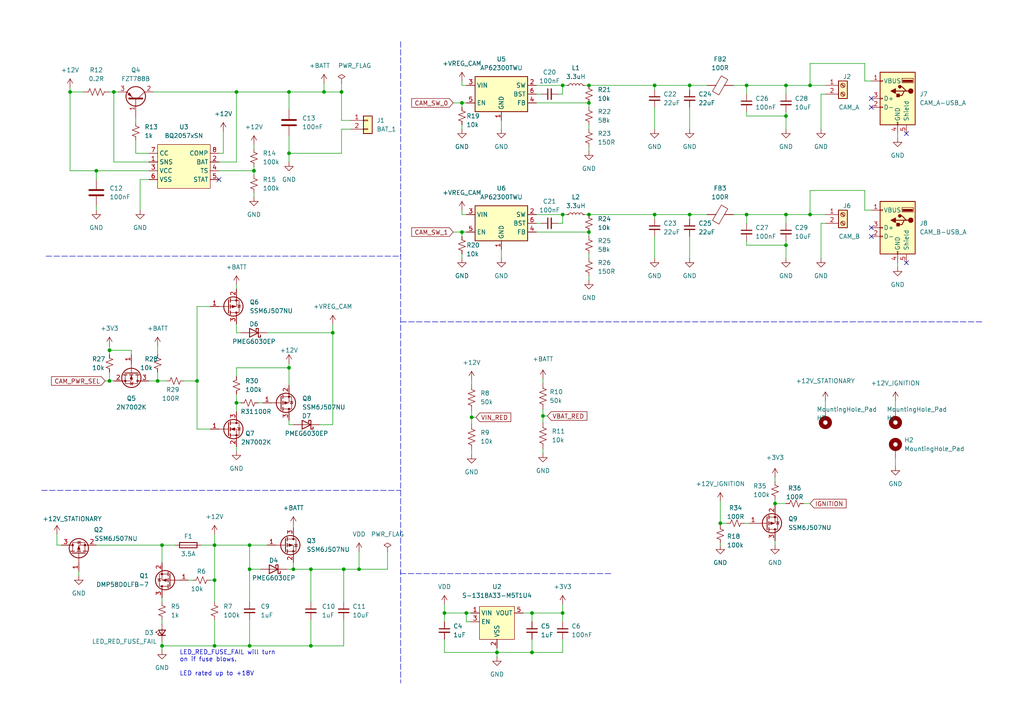
<source format=kicad_sch>
(kicad_sch (version 20211123) (generator eeschema)
  (paper "A4")
  (title_block (title "Dash Cam Power Regulator") (date "2022-05-28") (rev "1") (company "Charlemagne Wong") (comment 1 "NRF52840 based dash cam regulator") (comment 2 "Power"))
  (lib_symbols
    (symbol "+VREG_CAM_1" (power) (pin_names (offset 0))
      (property "Value" "+VREG_CAM_1" (at 0 3.556 0))
      (symbol "+VREG_CAM_1_1_1"
        (pin power_in line (at 0 0 90) (length 0) hide (name "+VREG_CAM") (number "1"))
      )
    )
    (symbol "+VREG_CAM_2" (power) (pin_names (offset 0))
      (property "Value" "+VREG_CAM_2" (at 0 3.556 0))
      (symbol "+VREG_CAM_2_1_1"
        (pin power_in line (at 0 0 90) (length 0) hide (name "+VREG_CAM") (number "1"))
      )
    )
    (symbol "ATL:AP62300TWU"
      (property "Reference" "U" (at -7.62 6.35 0))
      (property "Value" "AP62300TWU" (at 6.35 -6.35 0))
      (symbol "AP62300TWU_1_1"
        (pin power_in line (at 0 -7.62 90) (length 2.54) (name "GND") (number "1"))
        (pin output line (at 10.16 2.54 180) (length 2.54) (name "SW") (number "2"))
        (pin power_in line (at -10.16 2.54 0) (length 2.54) (name "VIN") (number "3"))
        (pin input line (at 10.16 -2.54 180) (length 2.54) (name "FB") (number "4"))
        (pin input line (at -10.16 -2.54 0) (length 2.54) (name "EN") (number "5"))
        (pin passive line (at 10.16 0 180) (length 2.54) (name "BST") (number "6"))
      )
    )
    (symbol "ATL:BQ2057xSN"
      (property "Reference" "U" (at 0 -6.35 0))
      (property "Value" "BQ2057xSN" (at 0 8.89 0))
      (symbol "BQ2057xSN_1_1"
        (pin input line (at -10.16 2.54 0) (length 2.54) (name "SNS") (number "1"))
        (pin input line (at 10.16 2.54 180) (length 2.54) (name "BAT") (number "2"))
        (pin power_in line (at -10.16 0 0) (length 2.54) (name "VCC") (number "3"))
        (pin input line (at 10.16 0 180) (length 2.54) (name "TS") (number "4"))
        (pin output line (at 10.16 -2.54 180) (length 2.54) (name "STAT") (number "5"))
        (pin power_in line (at -10.16 -2.54 0) (length 2.54) (name "VSS") (number "6"))
        (pin output line (at -10.16 5.08 0) (length 2.54) (name "CC") (number "7"))
        (pin input line (at 10.16 5.08 180) (length 2.54) (name "COMP") (number "8"))
      )
    )
    (symbol "ATL:DMP58D0LFB-7" (pin_names hide)
      (property "Reference" "Q" (at 5.08 2.54 0))
      (property "Value" "DMP58D0LFB-7" (at 5.08 0 0))
      (symbol "DMP58D0LFB-7_1_1"
        (pin passive line (at -5.08 0 0) (length 2.54) (name "G") (number "1"))
        (pin passive line (at 2.54 -5.08 90) (length 2.54) (name "S") (number "2"))
        (pin passive line (at 2.54 5.08 270) (length 2.54) (name "D") (number "3"))
      )
    )
    (symbol "ATL:S-1318A33-M5T1U4"
      (property "Reference" "U" (at 0 5.715 0))
      (property "Value" "S-1318A33-M5T1U4" (at -12.7 -6.985 0))
      (symbol "S-1318A33-M5T1U4_1_1"
        (pin power_in line (at -7.62 2.54 0) (length 2.54) (name "VIN") (number "1"))
        (pin power_in line (at 0 -7.62 90) (length 2.54) (name "VSS") (number "2"))
        (pin input line (at -7.62 0 0) (length 2.54) (name "EN") (number "3"))
        (pin power_out line (at 7.62 2.54 180) (length 2.54) (name "VOUT") (number "5"))
      )
    )
    (symbol "ATL:SSM6J507NU" (pin_names hide)
      (property "Reference" "Q" (at 5.08 2.54 0))
      (property "Value" "SSM6J507NU" (at 5.08 0 0))
      (symbol "SSM6J507NU_1_1"
        (pin passive line (at -5.08 0 0) (length 2.54) (name "G") (number "1"))
        (pin passive line (at 2.54 -5.08 90) (length 2.54) (name "S") (number "2"))
        (pin passive line (at 2.54 5.08 270) (length 2.54) (name "D") (number "3"))
      )
    )
    (symbol "Connector:Screw_Terminal_01x02" (pin_names (offset 1.016) hide)
      (property "Reference" "J" (at 0 2.54 0))
      (property "Value" "Screw_Terminal_01x02" (at 0 -5.08 0))
      (symbol "Screw_Terminal_01x02_1_1"
        (pin passive line (at -5.08 0 0) (length 3.81) (name "Pin_1") (number "1"))
        (pin passive line (at -5.08 -2.54 0) (length 3.81) (name "Pin_2") (number "2"))
      )
    )
    (symbol "Connector:USB_A" (pin_names (offset 1.016))
      (property "Reference" "J" (at -5.08 11.43 0))
      (property "Value" "USB_A" (at -5.08 8.89 0))
      (symbol "USB_A_1_1"
        (pin power_in line (at 7.62 5.08 180) (length 2.54) (name "VBUS") (number "1"))
        (pin bidirectional line (at 7.62 -2.54 180) (length 2.54) (name "D-") (number "2"))
        (pin bidirectional line (at 7.62 0 180) (length 2.54) (name "D+") (number "3"))
        (pin power_in line (at 0 -10.16 90) (length 2.54) (name "GND") (number "4"))
        (pin passive line (at -2.54 -10.16 90) (length 2.54) (name "Shield") (number "5"))
      )
    )
    (symbol "Connector_Generic:Conn_01x02" (pin_names (offset 1.016) hide)
      (property "Reference" "J" (at 0 2.54 0))
      (property "Value" "Conn_01x02" (at 0 -5.08 0))
      (symbol "Conn_01x02_1_1"
        (pin passive line (at -5.08 0 0) (length 3.81) (name "Pin_1") (number "1"))
        (pin passive line (at -5.08 -2.54 0) (length 3.81) (name "Pin_2") (number "2"))
      )
    )
    (symbol "DashCamp_Power_Regulator:+12V_IGNITION" (power) (in_bom no) (on_board no)
      (property "Value" "+12V_IGNITION" (at 0 3.556 0))
      (symbol "+12V_IGNITION_1_1"
        (pin power_in line (at 0 0 90) (length 0) hide (name "+12V_IGNITION") (number "1"))
      )
    )
    (symbol "DashCamp_Power_Regulator:+12V_STATIONARY" (power) (in_bom no) (on_board no)
      (property "Value" "+12V_STATIONARY" (at 0 3.556 0))
      (symbol "+12V_STATIONARY_1_1"
        (pin power_in line (at 0 0 90) (length 0) hide (name "+12V_STATIONARY") (number "1"))
      )
    )
    (symbol "DashCamp_Power_Regulator:+VREG_CAM" (power) (pin_names (offset 0))
      (property "Value" "+VREG_CAM" (at 0 3.556 0))
      (symbol "+VREG_CAM_1_1"
        (pin power_in line (at 0 0 90) (length 0) hide (name "+VREG_CAM") (number "1"))
      )
    )
    (symbol "Device:C" (pin_numbers hide) (pin_names (offset 0.254))
      (property "Reference" "C" (at 0.635 2.54 0))
      (property "Value" "C" (at 0.635 -2.54 0))
      (symbol "C_1_1"
        (pin passive line (at 0 3.81 270) (length 2.794) (name "~") (number "1"))
        (pin passive line (at 0 -3.81 90) (length 2.794) (name "~") (number "2"))
      )
    )
    (symbol "Device:C_Small" (pin_numbers hide) (pin_names (offset 0.254) hide)
      (property "Reference" "C" (at 0.254 1.778 0))
      (property "Value" "C_Small" (at 0.254 -2.032 0))
      (symbol "C_Small_1_1"
        (pin passive line (at 0 2.54 270) (length 2.032) (name "~") (number "1"))
        (pin passive line (at 0 -2.54 90) (length 2.032) (name "~") (number "2"))
      )
    )
    (symbol "Device:FerriteBead" (pin_numbers hide) (pin_names (offset 0))
      (property "Reference" "FB" (at -3.81 0.635 90))
      (property "Value" "FerriteBead" (at 3.81 0 90))
      (symbol "FerriteBead_1_1"
        (pin passive line (at 0 3.81 270) (length 2.54) (name "~") (number "1"))
        (pin passive line (at 0 -3.81 90) (length 2.54) (name "~") (number "2"))
      )
    )
    (symbol "Device:Fuse" (pin_numbers hide) (pin_names (offset 0))
      (property "Reference" "F1" (at 0 2.54 90))
      (property "Value" "3.5A" (at 0 -2.54 90))
      (symbol "Fuse_1_1"
        (pin power_in line (at 0 3.81 270) (length 1.27) (name "~") (number "1"))
        (pin power_out line (at 0 -3.81 90) (length 1.27) (name "~") (number "2"))
      )
    )
    (symbol "Device:LED_Small" (pin_numbers hide) (pin_names (offset 0.254) hide)
      (property "Reference" "D" (at -1.27 3.175 0))
      (property "Value" "LED_Small" (at -4.445 -2.54 0))
      (symbol "LED_Small_1_1"
        (pin passive line (at -2.54 0 0) (length 1.778) (name "K") (number "1"))
        (pin passive line (at 2.54 0 180) (length 1.778) (name "A") (number "2"))
      )
    )
    (symbol "Device:L_Small" (pin_numbers hide) (pin_names (offset 0.254) hide)
      (property "Reference" "L" (at 0.762 1.016 0))
      (property "Value" "L_Small" (at 0.762 -1.016 0))
      (symbol "L_Small_1_1"
        (pin passive line (at 0 2.54 270) (length 0.508) (name "~") (number "1"))
        (pin passive line (at 0 -2.54 90) (length 0.508) (name "~") (number "2"))
      )
    )
    (symbol "Device:Q_PNP_BCE" (pin_names (offset 0) hide)
      (property "Reference" "Q" (at 5.08 1.27 0))
      (property "Value" "Q_PNP_BCE" (at 5.08 -1.27 0))
      (symbol "Q_PNP_BCE_1_1"
        (pin input line (at -5.08 0 0) (length 5.715) (name "B") (number "1"))
        (pin passive line (at 2.54 5.08 270) (length 2.54) (name "C") (number "2"))
        (pin passive line (at 2.54 -5.08 90) (length 2.54) (name "E") (number "3"))
      )
    )
    (symbol "Device:R_Small_US" (pin_numbers hide) (pin_names (offset 0.254) hide)
      (property "Reference" "R" (at 0.762 0.508 0))
      (property "Value" "R_Small_US" (at 0.762 -1.016 0))
      (symbol "R_Small_US_1_1"
        (pin passive line (at 0 2.54 270) (length 1.016) (name "~") (number "1"))
        (pin passive line (at 0 -2.54 90) (length 1.016) (name "~") (number "2"))
      )
    )
    (symbol "Device:R_US" (pin_numbers hide) (pin_names (offset 0))
      (property "Reference" "R" (at 2.54 0 90))
      (property "Value" "R_US" (at -2.54 0 90))
      (symbol "R_US_1_1"
        (pin passive line (at 0 3.81 270) (length 1.27) (name "~") (number "1"))
        (pin passive line (at 0 -3.81 90) (length 1.27) (name "~") (number "2"))
      )
    )
    (symbol "Diode:PMEG6030EP" (pin_numbers hide) (pin_names hide)
      (property "Reference" "D" (at 0 2.54 0))
      (property "Value" "PMEG6030EP" (at 0 -2.54 0))
      (symbol "PMEG6030EP_1_1"
        (pin passive line (at -3.81 0 0) (length 2.54) (name "K") (number "1"))
        (pin passive line (at 3.81 0 180) (length 2.54) (name "A") (number "2"))
      )
    )
    (symbol "Mechanical:MountingHole_Pad" (pin_numbers hide) (pin_names (offset 1.016) hide)
      (property "Reference" "H?" (at 2.54 0.0001 0))
      (property "Value" "MountingHole_Pad" (at 2.54 -2.5399 0))
      (symbol "MountingHole_Pad_1_1"
        (pin power_out line (at 0 -2.54 90) (length 2.54) (name "1") (number "1"))
      )
    )
    (symbol "SSM6J507NU_1" (pin_names hide)
      (property "Reference" "Q" (at 5.08 2.54 0))
      (property "Value" "SSM6J507NU_1" (at 5.08 0 0))
      (symbol "SSM6J507NU_1_1_1"
        (pin passive line (at -5.08 0 0) (length 2.54) (name "G") (number "1"))
        (pin passive line (at 2.54 -5.08 90) (length 2.54) (name "S") (number "2"))
        (pin passive line (at 2.54 5.08 270) (length 2.54) (name "D") (number "3"))
      )
    )
    (symbol "Transistor_FET:2N7002K" (pin_names hide)
      (property "Reference" "Q" (at 5.08 1.905 0))
      (property "Value" "2N7002K" (at 5.08 0 0))
      (symbol "2N7002K_1_1"
        (pin input line (at -5.08 0 0) (length 2.54) (name "G") (number "1"))
        (pin passive line (at 2.54 -5.08 90) (length 2.54) (name "S") (number "2"))
        (pin passive line (at 2.54 5.08 270) (length 2.54) (name "D") (number "3"))
      )
    )
    (symbol "power:+12V" (power) (pin_names (offset 0))
      (property "Value" "+12V" (at 0 3.556 0))
      (symbol "+12V_1_1"
        (pin power_in line (at 0 0 90) (length 0) hide (name "+12V") (number "1"))
      )
    )
    (symbol "power:+3.3V" (power) (pin_names (offset 0))
      (property "Value" "+3.3V" (at 0 3.556 0))
      (symbol "+3.3V_1_1"
        (pin power_in line (at 0 0 90) (length 0) hide (name "+3V3") (number "1"))
      )
    )
    (symbol "power:+BATT" (power) (pin_names (offset 0))
      (property "Value" "+BATT" (at 0 3.556 0))
      (symbol "+BATT_1_1"
        (pin power_in line (at 0 0 90) (length 0) hide (name "+BATT") (number "1"))
      )
    )
    (symbol "power:GND" (power) (pin_names (offset 0))
      (property "Value" "GND" (at 0 -3.81 0))
      (symbol "GND_1_1"
        (pin power_in line (at 0 0 270) (length 0) hide (name "GND") (number "1"))
      )
    )
    (symbol "power:PWR_FLAG" (power) (pin_numbers hide) (pin_names (offset 0) hide)
      (property "Value" "PWR_FLAG" (at 0 3.81 0))
      (symbol "PWR_FLAG_0_0"
        (pin power_out line (at 0 0 90) (length 0) (name "pwr") (number "1"))
      )
    )
    (symbol "power:VDD" (power) (pin_names (offset 0))
      (property "Value" "VDD" (at 0 3.81 0))
      (symbol "VDD_1_1"
        (pin power_in line (at 0 0 90) (length 0) hide (name "VDD") (number "1"))
      )
    )
  )
  (junction (at 31.75 101.6))
  (junction (at 154.305 189.23))
  (junction (at 33.02 26.67))
  (junction (at 163.195 177.8))
  (junction (at 85.09 165.1))
  (junction (at 154.305 177.8))
  (junction (at 170.815 29.845))
  (junction (at 227.965 33.655))
  (junction (at 99.06 26.67))
  (junction (at 96.52 96.52))
  (junction (at 157.48 120.65))
  (junction (at 104.14 165.1))
  (junction (at 227.965 62.23))
  (junction (at 68.58 116.84))
  (junction (at 72.39 187.325))
  (junction (at 234.95 62.23))
  (junction (at 73.66 49.53))
  (junction (at 135.255 177.8))
  (junction (at 208.915 151.765))
  (junction (at 136.779 121.031))
  (junction (at 144.145 189.23))
  (junction (at 200.025 24.765))
  (junction (at 72.39 165.1))
  (junction (at 133.985 67.31))
  (junction (at 189.865 62.23))
  (junction (at 72.39 158.115))
  (junction (at 27.94 49.53))
  (junction (at 216.535 62.23))
  (junction (at 68.58 26.67))
  (junction (at 93.98 26.67))
  (junction (at 216.535 24.765))
  (junction (at 62.23 158.115))
  (junction (at 163.195 62.23))
  (junction (at 83.82 26.67))
  (junction (at 46.99 158.115))
  (junction (at 20.32 26.67))
  (junction (at 83.82 106.68))
  (junction (at 163.195 24.765))
  (junction (at 45.72 110.49))
  (junction (at 133.985 29.845))
  (junction (at 90.17 187.325))
  (junction (at 189.865 24.765))
  (junction (at 224.79 146.05))
  (junction (at 234.95 24.765))
  (junction (at 57.15 110.49))
  (junction (at 62.23 168.275))
  (junction (at 227.965 71.12))
  (junction (at 31.75 110.49))
  (junction (at 227.965 24.765))
  (junction (at 200.025 62.23))
  (junction (at 46.99 187.325))
  (junction (at 90.17 165.1))
  (junction (at 170.815 24.765))
  (junction (at 99.695 165.1))
  (junction (at 170.815 67.31))
  (junction (at 62.23 187.325))
  (junction (at 83.82 44.45))
  (junction (at 170.815 62.23))
  (junction (at 128.905 177.8))
  (no_connect (at 262.89 38.735))
  (no_connect (at 252.73 68.58))
  (no_connect (at 63.5 52.07))
  (no_connect (at 252.73 28.575))
  (no_connect (at 252.73 66.04))
  (no_connect (at 262.89 76.2))
  (no_connect (at 252.73 31.115))
  (wire (pts (xy 46.99 187.325) (xy 46.99 188.595)))
  (wire (pts (xy 128.905 175.26) (xy 128.905 177.8)))
  (wire (pts (xy 83.82 44.45) (xy 83.82 46.99)))
  (wire (pts (xy 216.535 24.765) (xy 216.535 27.305)))
  (wire (pts (xy 163.195 62.23) (xy 164.465 62.23)))
  (wire (pts (xy 216.535 32.385) (xy 216.535 33.655)))
  (wire (pts (xy 31.75 100.33) (xy 31.75 101.6)))
  (wire (pts (xy 136.779 130.556) (xy 136.779 131.826)))
  (wire (pts (xy 224.79 138.43) (xy 224.79 139.7)))
  (wire (pts (xy 133.985 24.765) (xy 135.255 24.765)))
  (wire (pts (xy 208.915 152.4) (xy 208.915 151.765)))
  (wire (pts (xy 73.66 55.88) (xy 73.66 57.15)))
  (wire (pts (xy 136.779 121.031) (xy 138.049 121.031)))
  (wire (pts (xy 170.815 42.545) (xy 170.815 43.815)))
  (wire (pts (xy 45.72 110.49) (xy 48.26 110.49)))
  (wire (pts (xy 238.125 74.93) (xy 238.125 64.77)))
  (wire (pts (xy 224.79 146.05) (xy 227.965 146.05)))
  (wire (pts (xy 45.72 110.49) (xy 45.72 107.95)))
  (wire (pts (xy 99.695 165.1) (xy 90.17 165.1)))
  (wire (pts (xy 131.445 29.845) (xy 133.985 29.845)))
  (wire (pts (xy 163.195 189.23) (xy 163.195 185.42)))
  (wire (pts (xy 83.82 121.92) (xy 83.82 123.19)))
  (wire (pts (xy 252.73 23.495) (xy 250.825 23.495)))
  (wire (pts (xy 31.75 101.6) (xy 31.75 102.87)))
  (wire (pts (xy 99.695 187.325) (xy 90.17 187.325)))
  (wire (pts (xy 62.23 158.115) (xy 72.39 158.115)))
  (wire (pts (xy 72.39 187.325) (xy 62.23 187.325)))
  (wire (pts (xy 27.94 158.115) (xy 46.99 158.115)))
  (wire (pts (xy 200.025 62.23) (xy 205.105 62.23)))
  (wire (pts (xy 72.39 165.1) (xy 72.39 158.115)))
  (wire (pts (xy 83.82 26.67) (xy 83.82 31.75)))
  (wire (pts (xy 155.575 24.765) (xy 163.195 24.765)))
  (polyline (pts (xy 116.205 166.37) (xy 116.205 165.735)))
  (wire (pts (xy 155.575 29.845) (xy 170.815 29.845)))
  (wire (pts (xy 64.77 38.1) (xy 64.77 44.45)))
  (wire (pts (xy 216.535 62.23) (xy 216.535 64.77)))
  (polyline (pts (xy 12.065 142.24) (xy 116.205 142.24)))
  (wire (pts (xy 227.965 62.23) (xy 227.965 64.77)))
  (wire (pts (xy 169.545 62.23) (xy 170.815 62.23)))
  (wire (pts (xy 157.48 109.855) (xy 157.48 111.125)))
  (wire (pts (xy 154.305 177.8) (xy 163.195 177.8)))
  (wire (pts (xy 62.23 158.115) (xy 62.23 154.94)))
  (wire (pts (xy 83.82 39.37) (xy 83.82 44.45)))
  (wire (pts (xy 83.82 123.19) (xy 85.09 123.19)))
  (wire (pts (xy 208.915 145.415) (xy 208.915 151.765)))
  (wire (pts (xy 200.025 62.23) (xy 200.025 63.5)))
  (polyline (pts (xy 116.205 142.24) (xy 116.205 198.12)))
  (wire (pts (xy 68.58 93.98) (xy 68.58 96.52)))
  (wire (pts (xy 250.825 18.415) (xy 234.95 18.415)))
  (wire (pts (xy 38.1 101.6) (xy 38.1 102.87)))
  (wire (pts (xy 16.51 158.115) (xy 16.51 154.94)))
  (wire (pts (xy 224.79 146.05) (xy 224.79 146.685)))
  (wire (pts (xy 133.985 67.31) (xy 133.985 68.58)))
  (wire (pts (xy 234.95 18.415) (xy 234.95 24.765)))
  (wire (pts (xy 83.82 26.67) (xy 93.98 26.67)))
  (wire (pts (xy 90.17 187.325) (xy 72.39 187.325)))
  (wire (pts (xy 73.66 41.91) (xy 73.66 43.18)))
  (wire (pts (xy 128.905 180.34) (xy 128.905 177.8)))
  (wire (pts (xy 54.61 168.275) (xy 55.88 168.275)))
  (wire (pts (xy 53.34 110.49) (xy 57.15 110.49)))
  (wire (pts (xy 163.195 62.23) (xy 163.195 64.77)))
  (wire (pts (xy 68.58 96.52) (xy 69.85 96.52)))
  (wire (pts (xy 43.18 46.99) (xy 33.02 46.99)))
  (wire (pts (xy 157.48 130.175) (xy 157.48 131.445)))
  (wire (pts (xy 216.535 62.23) (xy 227.965 62.23)))
  (wire (pts (xy 133.985 29.845) (xy 133.985 31.115)))
  (wire (pts (xy 72.39 165.1) (xy 72.39 174.625)))
  (wire (pts (xy 155.575 67.31) (xy 170.815 67.31)))
  (wire (pts (xy 259.715 116.205) (xy 259.715 118.745)))
  (wire (pts (xy 250.825 55.245) (xy 250.825 60.96)))
  (wire (pts (xy 133.985 36.195) (xy 133.985 37.465)))
  (wire (pts (xy 93.98 24.13) (xy 93.98 26.67)))
  (wire (pts (xy 216.535 69.85) (xy 216.535 71.12)))
  (wire (pts (xy 163.195 177.8) (xy 163.195 180.34)))
  (wire (pts (xy 83.82 44.45) (xy 99.06 44.45)))
  (wire (pts (xy 155.575 64.77) (xy 156.845 64.77)))
  (wire (pts (xy 63.5 49.53) (xy 73.66 49.53)))
  (wire (pts (xy 39.37 34.29) (xy 39.37 35.56)))
  (wire (pts (xy 200.025 68.58) (xy 200.025 74.93)))
  (wire (pts (xy 46.99 173.355) (xy 46.99 174.625)))
  (wire (pts (xy 40.64 52.07) (xy 43.18 52.07)))
  (wire (pts (xy 73.66 49.53) (xy 73.66 50.8)))
  (wire (pts (xy 170.815 36.195) (xy 170.815 37.465)))
  (wire (pts (xy 77.47 96.52) (xy 96.52 96.52)))
  (wire (pts (xy 163.195 175.26) (xy 163.195 177.8)))
  (wire (pts (xy 96.52 96.52) (xy 96.52 123.19)))
  (wire (pts (xy 208.915 151.765) (xy 210.82 151.765)))
  (polyline (pts (xy 13.335 74.295) (xy 116.205 74.295)))
  (wire (pts (xy 68.58 106.68) (xy 83.82 106.68)))
  (wire (pts (xy 46.99 179.705) (xy 46.99 180.975)))
  (wire (pts (xy 136.525 177.8) (xy 135.255 177.8)))
  (wire (pts (xy 68.58 109.22) (xy 68.58 106.68)))
  (wire (pts (xy 57.15 110.49) (xy 57.15 124.46)))
  (wire (pts (xy 83.185 165.1) (xy 85.09 165.1)))
  (wire (pts (xy 68.58 46.99) (xy 63.5 46.99)))
  (polyline (pts (xy 116.205 93.345) (xy 285.115 93.345)))
  (wire (pts (xy 170.815 62.23) (xy 189.865 62.23)))
  (wire (pts (xy 69.85 116.84) (xy 68.58 116.84)))
  (polyline (pts (xy 177.165 166.37) (xy 116.205 166.37)))
  (wire (pts (xy 46.99 158.115) (xy 50.8 158.115)))
  (wire (pts (xy 112.395 160.02) (xy 112.395 165.1)))
  (wire (pts (xy 163.195 64.77) (xy 161.925 64.77)))
  (wire (pts (xy 250.825 60.96) (xy 252.73 60.96)))
  (wire (pts (xy 68.58 114.3) (xy 68.58 116.84)))
  (wire (pts (xy 170.815 29.845) (xy 170.815 31.115)))
  (wire (pts (xy 30.48 110.49) (xy 31.75 110.49)))
  (wire (pts (xy 73.66 48.26) (xy 73.66 49.53)))
  (wire (pts (xy 155.575 62.23) (xy 163.195 62.23)))
  (wire (pts (xy 163.195 24.765) (xy 164.465 24.765)))
  (wire (pts (xy 31.75 110.49) (xy 33.02 110.49)))
  (wire (pts (xy 46.99 158.115) (xy 46.99 163.195)))
  (wire (pts (xy 189.865 62.23) (xy 200.025 62.23)))
  (wire (pts (xy 43.18 49.53) (xy 27.94 49.53)))
  (wire (pts (xy 33.02 46.99) (xy 33.02 26.67)))
  (wire (pts (xy 216.535 71.12) (xy 227.965 71.12)))
  (wire (pts (xy 227.965 33.655) (xy 227.965 37.465)))
  (wire (pts (xy 227.965 32.385) (xy 227.965 33.655)))
  (wire (pts (xy 90.17 179.705) (xy 90.17 187.325)))
  (wire (pts (xy 133.985 67.31) (xy 135.255 67.31)))
  (wire (pts (xy 170.815 67.31) (xy 170.815 68.58)))
  (wire (pts (xy 60.96 168.275) (xy 62.23 168.275)))
  (wire (pts (xy 145.415 34.925) (xy 145.415 37.465)))
  (wire (pts (xy 136.779 119.126) (xy 136.779 121.031)))
  (wire (pts (xy 99.06 34.925) (xy 101.6 34.925)))
  (wire (pts (xy 68.58 116.84) (xy 68.58 119.38)))
  (wire (pts (xy 157.48 120.65) (xy 158.75 120.65)))
  (wire (pts (xy 200.025 24.765) (xy 200.025 26.035)))
  (wire (pts (xy 99.06 24.13) (xy 99.06 26.67)))
  (wire (pts (xy 154.305 185.42) (xy 154.305 189.23)))
  (wire (pts (xy 227.965 71.12) (xy 227.965 74.93)))
  (wire (pts (xy 39.37 40.64) (xy 39.37 44.45)))
  (wire (pts (xy 128.905 177.8) (xy 135.255 177.8)))
  (wire (pts (xy 20.32 49.53) (xy 20.32 26.67)))
  (wire (pts (xy 157.48 118.745) (xy 157.48 120.65)))
  (wire (pts (xy 212.725 62.23) (xy 216.535 62.23)))
  (polyline (pts (xy 116.205 73.66) (xy 116.205 142.24)))
  (wire (pts (xy 238.125 64.77) (xy 239.395 64.77)))
  (wire (pts (xy 234.95 62.23) (xy 239.395 62.23)))
  (wire (pts (xy 68.58 82.55) (xy 68.58 83.82)))
  (wire (pts (xy 104.14 165.1) (xy 99.695 165.1)))
  (wire (pts (xy 104.14 160.02) (xy 104.14 165.1)))
  (wire (pts (xy 83.82 106.68) (xy 83.82 111.76)))
  (wire (pts (xy 99.695 165.1) (xy 99.695 174.625)))
  (wire (pts (xy 31.75 101.6) (xy 38.1 101.6)))
  (wire (pts (xy 27.94 49.53) (xy 27.94 52.07)))
  (wire (pts (xy 239.395 116.205) (xy 239.395 118.745)))
  (wire (pts (xy 96.52 123.19) (xy 92.71 123.19)))
  (wire (pts (xy 76.2 116.84) (xy 74.93 116.84)))
  (wire (pts (xy 216.535 24.765) (xy 227.965 24.765)))
  (wire (pts (xy 238.125 27.305) (xy 239.395 27.305)))
  (wire (pts (xy 227.965 62.23) (xy 234.95 62.23)))
  (wire (pts (xy 135.255 177.8) (xy 135.255 180.34)))
  (wire (pts (xy 85.09 163.195) (xy 85.09 165.1)))
  (wire (pts (xy 224.79 156.845) (xy 224.79 158.115)))
  (wire (pts (xy 189.865 31.115) (xy 189.865 37.465)))
  (wire (pts (xy 72.39 158.115) (xy 77.47 158.115)))
  (polyline (pts (xy 116.205 12.065) (xy 116.205 74.295)))
  (wire (pts (xy 133.985 23.495) (xy 133.985 24.765)))
  (wire (pts (xy 57.15 124.46) (xy 60.96 124.46)))
  (wire (pts (xy 154.305 177.8) (xy 151.765 177.8)))
  (wire (pts (xy 163.195 24.765) (xy 163.195 27.305)))
  (wire (pts (xy 112.395 165.1) (xy 104.14 165.1)))
  (wire (pts (xy 154.305 180.34) (xy 154.305 177.8)))
  (wire (pts (xy 45.72 100.33) (xy 45.72 102.87)))
  (wire (pts (xy 64.77 44.45) (xy 63.5 44.45)))
  (wire (pts (xy 85.09 152.4) (xy 85.09 153.035)))
  (wire (pts (xy 128.905 185.42) (xy 128.905 189.23)))
  (wire (pts (xy 40.64 60.96) (xy 40.64 52.07)))
  (wire (pts (xy 57.15 88.9) (xy 60.96 88.9)))
  (wire (pts (xy 234.95 62.23) (xy 234.95 55.245)))
  (wire (pts (xy 259.715 132.715) (xy 259.715 135.255)))
  (wire (pts (xy 208.915 157.48) (xy 208.915 158.115)))
  (wire (pts (xy 75.565 165.1) (xy 72.39 165.1)))
  (wire (pts (xy 238.125 37.465) (xy 238.125 27.305)))
  (wire (pts (xy 62.23 168.275) (xy 62.23 174.625)))
  (wire (pts (xy 136.779 110.236) (xy 136.779 111.506)))
  (wire (pts (xy 234.95 55.245) (xy 250.825 55.245)))
  (wire (pts (xy 170.815 80.01) (xy 170.815 81.28)))
  (wire (pts (xy 135.255 180.34) (xy 136.525 180.34)))
  (wire (pts (xy 17.78 158.115) (xy 16.51 158.115)))
  (wire (pts (xy 31.75 26.67) (xy 33.02 26.67)))
  (wire (pts (xy 90.17 165.1) (xy 90.17 174.625)))
  (wire (pts (xy 62.23 168.275) (xy 62.23 158.115)))
  (wire (pts (xy 39.37 44.45) (xy 43.18 44.45)))
  (wire (pts (xy 170.815 24.765) (xy 189.865 24.765)))
  (wire (pts (xy 260.35 38.735) (xy 260.35 40.005)))
  (wire (pts (xy 189.865 24.765) (xy 189.865 26.035)))
  (wire (pts (xy 99.06 37.465) (xy 99.06 44.45)))
  (wire (pts (xy 227.965 24.765) (xy 227.965 27.305)))
  (wire (pts (xy 99.695 179.705) (xy 99.695 187.325)))
  (wire (pts (xy 22.86 165.735) (xy 22.86 167.005)))
  (wire (pts (xy 144.145 189.23) (xy 154.305 189.23)))
  (wire (pts (xy 43.18 110.49) (xy 45.72 110.49)))
  (wire (pts (xy 27.94 59.69) (xy 27.94 60.96)))
  (wire (pts (xy 145.415 72.39) (xy 145.415 74.93)))
  (wire (pts (xy 31.75 107.95) (xy 31.75 110.49)))
  (wire (pts (xy 128.905 189.23) (xy 144.145 189.23)))
  (wire (pts (xy 212.725 24.765) (xy 216.535 24.765)))
  (wire (pts (xy 20.32 26.67) (xy 24.13 26.67)))
  (wire (pts (xy 200.025 24.765) (xy 205.105 24.765)))
  (wire (pts (xy 96.52 93.98) (xy 96.52 96.52)))
  (wire (pts (xy 72.39 179.705) (xy 72.39 187.325)))
  (wire (pts (xy 227.965 69.85) (xy 227.965 71.12)))
  (wire (pts (xy 200.025 31.115) (xy 200.025 37.465)))
  (wire (pts (xy 58.42 158.115) (xy 62.23 158.115)))
  (wire (pts (xy 131.445 67.31) (xy 133.985 67.31)))
  (wire (pts (xy 68.58 26.67) (xy 68.58 46.99)))
  (wire (pts (xy 133.985 62.23) (xy 135.255 62.23)))
  (wire (pts (xy 68.58 26.67) (xy 83.82 26.67)))
  (wire (pts (xy 216.535 33.655) (xy 227.965 33.655)))
  (wire (pts (xy 189.865 62.23) (xy 189.865 63.5)))
  (wire (pts (xy 189.865 68.58) (xy 189.865 74.93)))
  (wire (pts (xy 44.45 26.67) (xy 68.58 26.67)))
  (wire (pts (xy 62.23 179.705) (xy 62.23 187.325)))
  (wire (pts (xy 154.305 189.23) (xy 163.195 189.23)))
  (wire (pts (xy 133.985 29.845) (xy 135.255 29.845)))
  (wire (pts (xy 144.145 187.96) (xy 144.145 189.23)))
  (wire (pts (xy 46.99 186.055) (xy 46.99 187.325)))
  (wire (pts (xy 233.045 146.05) (xy 234.95 146.05)))
  (wire (pts (xy 83.82 105.41) (xy 83.82 106.68)))
  (wire (pts (xy 215.9 151.765) (xy 217.17 151.765)))
  (wire (pts (xy 163.195 27.305) (xy 161.925 27.305)))
  (wire (pts (xy 155.575 27.305) (xy 156.845 27.305)))
  (wire (pts (xy 189.865 24.765) (xy 200.025 24.765)))
  (wire (pts (xy 101.6 37.465) (xy 99.06 37.465)))
  (wire (pts (xy 85.09 165.1) (xy 90.17 165.1)))
  (wire (pts (xy 250.825 23.495) (xy 250.825 18.415)))
  (wire (pts (xy 133.985 73.66) (xy 133.985 74.93)))
  (wire (pts (xy 170.815 73.66) (xy 170.815 74.93)))
  (wire (pts (xy 169.545 24.765) (xy 170.815 24.765)))
  (wire (pts (xy 20.32 25.4) (xy 20.32 26.67)))
  (wire (pts (xy 234.95 24.765) (xy 239.395 24.765)))
  (wire (pts (xy 33.02 26.67) (xy 34.29 26.67)))
  (wire (pts (xy 46.99 187.325) (xy 62.23 187.325)))
  (wire (pts (xy 144.145 189.23) (xy 144.145 190.5)))
  (wire (pts (xy 157.48 120.65) (xy 157.48 122.555)))
  (wire (pts (xy 93.98 26.67) (xy 99.06 26.67)))
  (wire (pts (xy 227.965 24.765) (xy 234.95 24.765)))
  (wire (pts (xy 68.58 129.54) (xy 68.58 130.81)))
  (wire (pts (xy 99.06 26.67) (xy 99.06 34.925)))
  (wire (pts (xy 136.779 121.031) (xy 136.779 122.936)))
  (wire (pts (xy 133.985 60.96) (xy 133.985 62.23)))
  (wire (pts (xy 27.94 49.53) (xy 20.32 49.53)))
  (wire (pts (xy 57.15 88.9) (xy 57.15 110.49)))
  (wire (pts (xy 260.35 76.2) (xy 260.35 77.47)))
  (wire (pts (xy 224.79 144.78) (xy 224.79 146.05)))
  (text "LED_RED_FUSE_FAIL will turn\non if fuse blows.\n\nLED rated up to +18V" (at 52.07 196.215 0) (effects (font (size 1.27 1.27)) (justify left bottom)))
  (global_label "CAM_PWR_SEL" (shape input) (at 30.48 110.49 180) (property "Intersheet References" "${INTERSHEET_REFS}" (effects hide)))
  (global_label "VBAT_RED" (shape input) (at 158.75 120.65 0) (property "Intersheet References" "${INTERSHEET_REFS}" (effects hide)))
  (global_label "IGNITION" (shape input) (at 234.95 146.05 0) (property "Intersheet References" "${INTERSHEET_REFS}" (effects hide)))
  (global_label "CAM_SW_1" (shape input) (at 131.445 67.31 180) (property "Intersheet References" "${INTERSHEET_REFS}" (effects hide)))
  (global_label "VIN_RED" (shape input) (at 138.049 121.031 0) (property "Intersheet References" "${INTERSHEET_REFS}" (effects hide)))
  (global_label "CAM_SW_0" (shape input) (at 131.445 29.845 180) (property "Intersheet References" "${INTERSHEET_REFS}" (effects hide)))
  (symbol (lib_name "SSM6J507NU_1") (lib_id "ATL:SSM6J507NU") (at 22.86 160.655 90) (unit 1)
    (property "Reference" "Q2" (at 28.575 153.67 90))
    (property "Value" "SSM6J507NU" (at 33.655 156.21 90))
    (property "Footprint" "ATL:SSM6J507NU" (effects hide))
    (property "Datasheet" "https://toshiba.semicon-storage.com/info/docget.jsp?did=30372&prodName=SSM6J507NU" (effects hide))
    (property "Digikey" "https://www.digikey.com/en/products/detail/toshiba-semiconductor-and-storage/SSM6J507NU-LF/5452589" (effects hide))
  )
  (symbol (lib_id "Device:R_Small_US") (at 213.36 151.765 90) (unit 1)
    (property "Reference" "R34" (at 213.36 147.32 90))
    (property "Value" "100R" (at 213.36 149.86 90))
    (property "Footprint" "Resistor_SMD:R_0402_1005Metric" (effects hide))
  )
  (symbol (lib_id "DashCamp_Power_Regulator:+VREG_CAM") (at 133.985 23.495 0) (unit 1)
    (property "Reference" "#PWR0114" (effects hide))
    (property "Value" "+VREG_CAM" (at 133.985 18.415 0))
  )
  (symbol (lib_id "power:GND") (at 259.715 135.255 0) (unit 1)
    (property "Reference" "#PWR010" (effects hide))
    (property "Value" "GND" (at 259.715 140.335 0))
  )
  (symbol (lib_id "Transistor_FET:2N7002K") (at 38.1 107.95 270) (unit 1)
    (property "Reference" "Q5" (at 38.1 115.57 90))
    (property "Value" "2N7002K" (at 38.1 118.11 90))
    (property "Footprint" "Package_TO_SOT_SMD:SOT-23" (effects hide))
    (property "Datasheet" "https://www.diodes.com/assets/Datasheets/ds30896.pdf" (effects hide))
  )
  (symbol (lib_id "Device:R_Small_US") (at 58.42 168.275 90) (unit 1)
    (property "Reference" "R6" (at 58.42 165.735 90))
    (property "Value" "10k" (at 57.15 170.815 90))
    (property "Footprint" "Resistor_SMD:R_0402_1005Metric" (effects hide))
  )
  (symbol (lib_id "Device:C_Small") (at 99.695 177.165 0) (unit 1)
    (property "Reference" "C11" (at 102.235 175.9012 0) (effects (justify left)))
    (property "Value" "10uF" (at 102.235 178.4412 0) (effects (justify left)))
    (property "Footprint" "Capacitor_SMD:C_0805_2012Metric" (effects hide))
  )
  (symbol (lib_id "Device:C_Small") (at 189.865 28.575 0) (unit 1)
    (property "Reference" "C22" (at 192.405 27.3112 0) (effects (justify left)))
    (property "Value" "22uF" (at 192.405 29.8512 0) (effects (justify left)))
    (property "Footprint" "Capacitor_SMD:C_0603_1608Metric" (effects hide))
  )
  (symbol (lib_id "Mechanical:MountingHole_Pad") (at 259.715 130.175 0) (unit 1)
    (property "Reference" "H2" (at 262.255 127.6349 0) (effects (justify left)))
    (property "Value" "MountingHole_Pad" (at 262.255 130.1749 0) (effects (justify left)))
    (property "Footprint" "MountingHole:MountingHole_3.2mm_M3_Pad_Via" (effects hide))
  )
  (symbol (lib_id "power:GND") (at 83.82 46.99 0) (unit 1)
    (property "Reference" "#PWR0118" (effects hide))
    (property "Value" "GND" (at 83.82 52.07 0))
  )
  (symbol (lib_id "Diode:PMEG6030EP") (at 79.375 165.1 180) (unit 1)
    (property "Reference" "D4" (at 79.375 162.56 0))
    (property "Value" "PMEG6030EP" (at 79.375 167.64 0))
    (property "Footprint" "Diode_SMD:D_SOD-128" (effects hide))
    (property "Datasheet" "https://assets.nexperia.com/documents/data-sheet/PMEG6030EP.pdf" (effects hide))
  )
  (symbol (lib_id "power:GND") (at 22.86 167.005 0) (unit 1)
    (property "Reference" "#PWR0113" (effects hide))
    (property "Value" "GND" (at 22.86 172.085 0))
  )
  (symbol (lib_id "power:GND") (at 73.66 57.15 0) (unit 1)
    (property "Reference" "#PWR0121" (effects hide))
    (property "Value" "GND" (at 73.66 62.23 0))
  )
  (symbol (lib_id "power:VDD") (at 128.905 175.26 0) (unit 1)
    (property "Reference" "#PWR0115" (effects hide))
    (property "Value" "VDD" (at 128.905 170.18 0))
  )
  (symbol (lib_id "Device:C") (at 27.94 55.88 0) (unit 1)
    (property "Reference" "C12" (at 31.75 54.6099 0) (effects (justify left)))
    (property "Value" "100nF" (at 31.75 57.1499 0) (effects (justify left)))
    (property "Footprint" "Capacitor_SMD:C_0402_1005Metric" (effects hide))
  )
  (symbol (lib_id "power:GND") (at 145.415 74.93 0) (unit 1)
    (property "Reference" "#PWR0177" (effects hide))
    (property "Value" "GND" (at 145.415 80.01 0))
  )
  (symbol (lib_id "Device:R_US") (at 136.779 126.746 0) (unit 1)
    (property "Reference" "R9" (at 139.319 125.4759 0) (effects (justify left)))
    (property "Value" "10k" (at 139.319 128.0159 0) (effects (justify left)))
    (property "Footprint" "Resistor_SMD:R_0402_1005Metric" (effects hide))
  )
  (symbol (lib_id "Device:R_Small_US") (at 170.815 77.47 0) (unit 1)
    (property "Reference" "R26" (at 173.355 76.1999 0) (effects (justify left)))
    (property "Value" "150R" (at 173.355 78.7399 0) (effects (justify left)))
    (property "Footprint" "Resistor_SMD:R_0402_1005Metric" (effects hide))
  )
  (symbol (lib_id "DashCamp_Power_Regulator:+12V_IGNITION") (at 259.715 116.205 0) (unit 1) (in_bom no) (on_board no)
    (property "Reference" "#PWR0104" (effects hide))
    (property "Value" "+12V_IGNITION" (at 259.715 111.125 0))
  )
  (symbol (lib_id "ATL:SSM6J507NU") (at 82.55 158.115 0) (unit 1)
    (property "Reference" "Q3" (at 88.9 156.8449 0) (effects (justify left)))
    (property "Value" "SSM6J507NU" (at 88.9 159.3849 0) (effects (justify left)))
    (property "Footprint" "ATL:SSM6J507NU" (effects hide))
    (property "Datasheet" "https://toshiba.semicon-storage.com/info/docget.jsp?did=30372&prodName=SSM6J507NU" (effects hide))
    (property "Digikey" "https://www.digikey.com/en/products/detail/toshiba-semiconductor-and-storage/SSM6J507NU-LF/5452589" (effects hide))
  )
  (symbol (lib_id "power:GND") (at 136.779 131.826 0) (unit 1)
    (property "Reference" "#PWR0110" (effects hide))
    (property "Value" "GND" (at 136.779 136.906 0))
  )
  (symbol (lib_id "Mechanical:MountingHole_Pad") (at 259.715 121.285 180) (unit 1)
    (property "Reference" "H1" (at 257.175 121.2851 0) (effects (justify right)))
    (property "Value" "MountingHole_Pad" (at 257.175 118.7451 0) (effects (justify right)))
    (property "Footprint" "MountingHole:MountingHole_3.2mm_M3_Pad_Via" (effects hide))
  )
  (symbol (lib_id "Device:R_Small_US") (at 170.815 64.77 0) (unit 1)
    (property "Reference" "R24" (at 173.355 63.4999 0) (effects (justify left)))
    (property "Value" "10k" (at 173.355 66.0399 0) (effects (justify left)))
    (property "Footprint" "Resistor_SMD:R_0402_1005Metric" (effects hide))
  )
  (symbol (lib_id "Device:R_US") (at 157.48 114.935 0) (unit 1)
    (property "Reference" "R10" (at 159.385 113.6649 0) (effects (justify left)))
    (property "Value" "50k" (at 159.385 116.2049 0) (effects (justify left)))
    (property "Footprint" "Resistor_SMD:R_0402_1005Metric" (effects hide))
  )
  (symbol (lib_id "Device:L_Small") (at 167.005 62.23 90) (unit 1)
    (property "Reference" "L2" (at 167.005 57.15 90))
    (property "Value" "3.3uH" (at 167.005 59.69 90))
    (property "Footprint" "ATL:L_0630CDMCCDS-3R3MC" (effects hide))
    (property "DigiKey" "https://www.digikey.com/en/products/detail/sumida-america-inc/0630CDMCCDS-3R3MC/5812457" (effects hide))
  )
  (symbol (lib_id "Device:C_Small") (at 72.39 177.165 0) (unit 1)
    (property "Reference" "C9" (at 75.565 175.9012 0) (effects (justify left)))
    (property "Value" "1uF" (at 75.565 178.4412 0) (effects (justify left)))
    (property "Footprint" "Capacitor_SMD:C_0603_1608Metric" (effects hide))
  )
  (symbol (lib_id "DashCamp_Power_Regulator:+12V_STATIONARY") (at 16.51 154.94 0) (unit 1) (in_bom no) (on_board no)
    (property "Reference" "#PWR0158" (effects hide))
    (property "Value" "+12V_STATIONARY" (at 20.955 150.495 0))
  )
  (symbol (lib_id "Device:C_Small") (at 163.195 182.88 0) (unit 1)
    (property "Reference" "C6" (at 165.735 181.6162 0) (effects (justify left)))
    (property "Value" "100nF" (at 165.735 184.1562 0) (effects (justify left)))
    (property "Footprint" "Capacitor_SMD:C_0402_1005Metric" (effects hide))
  )
  (symbol (lib_id "Device:R_Small_US") (at 73.66 53.34 0) (unit 1)
    (property "Reference" "R15" (at 76.2 52.0699 0) (effects (justify left)))
    (property "Value" "100k" (at 76.2 54.6099 0) (effects (justify left)))
    (property "Footprint" "Resistor_SMD:R_0402_1005Metric" (effects hide))
  )
  (symbol (lib_id "power:GND") (at 224.79 158.115 0) (unit 1)
    (property "Reference" "#PWR0195" (effects hide))
    (property "Value" "GND" (at 224.79 163.195 0))
  )
  (symbol (lib_id "DashCamp_Power_Regulator:+12V_STATIONARY") (at 239.395 116.205 0) (unit 1) (in_bom no) (on_board no)
    (property "Reference" "#PWR0161" (effects hide))
    (property "Value" "+12V_STATIONARY" (at 239.395 110.49 0))
  )
  (symbol (lib_id "Device:R_Small_US") (at 45.72 105.41 0) (unit 1)
    (property "Reference" "R28" (at 41.91 104.14 0) (effects (justify left)))
    (property "Value" "10k" (at 40.64 106.68 0) (effects (justify left)))
    (property "Footprint" "Resistor_SMD:R_0402_1005Metric" (effects hide))
  )
  (symbol (lib_id "power:+3.3V") (at 163.195 175.26 0) (unit 1)
    (property "Reference" "#PWR0106" (effects hide))
    (property "Value" "+3.3V" (at 163.195 170.18 0))
  )
  (symbol (lib_id "Device:R_Small_US") (at 170.815 33.655 0) (unit 1)
    (property "Reference" "R22" (at 173.355 32.3849 0) (effects (justify left)))
    (property "Value" "58k" (at 173.355 34.9249 0) (effects (justify left)))
    (property "Footprint" "Resistor_SMD:R_0402_1005Metric" (effects hide))
  )
  (symbol (lib_id "Device:R_Small_US") (at 39.37 38.1 0) (unit 1)
    (property "Reference" "R13" (at 41.91 36.8299 0) (effects (justify left)))
    (property "Value" "1k" (at 41.91 39.3699 0) (effects (justify left)))
    (property "Footprint" "Resistor_SMD:R_0402_1005Metric" (effects hide))
  )
  (symbol (lib_id "Connector_Generic:Conn_01x02") (at 106.68 34.925 0) (unit 1)
    (property "Reference" "J1" (at 109.22 34.9249 0) (effects (justify left)))
    (property "Value" "BAT_1" (at 109.22 37.4649 0) (effects (justify left)))
    (property "Footprint" "ATL:AMASS_XT60PW-M" (effects hide))
  )
  (symbol (lib_id "Device:C_Small") (at 227.965 67.31 0) (unit 1)
    (property "Reference" "C29" (at 230.505 66.0462 0) (effects (justify left)))
    (property "Value" "10uF" (at 230.505 68.5862 0) (effects (justify left)))
    (property "Footprint" "Capacitor_SMD:C_0603_1608Metric" (effects hide))
  )
  (symbol (lib_id "Device:C_Small") (at 159.385 27.305 90) (unit 1)
    (property "Reference" "C20" (at 159.3913 20.955 90))
    (property "Value" "100nF" (at 159.3913 23.495 90))
    (property "Footprint" "Capacitor_SMD:C_0402_1005Metric" (effects hide))
  )
  (symbol (lib_id "Device:C_Small") (at 227.965 29.845 0) (unit 1)
    (property "Reference" "C28" (at 230.505 28.5812 0) (effects (justify left)))
    (property "Value" "10uF" (at 230.505 31.1212 0) (effects (justify left)))
    (property "Footprint" "Capacitor_SMD:C_0603_1608Metric" (effects hide))
  )
  (symbol (lib_id "power:+12V") (at 20.32 25.4 0) (unit 1)
    (property "Reference" "#PWR0124" (effects hide))
    (property "Value" "+12V" (at 20.32 20.32 0))
  )
  (symbol (lib_id "power:GND") (at 27.94 60.96 0) (unit 1)
    (property "Reference" "#PWR0123" (effects hide))
    (property "Value" "GND" (at 27.94 66.04 0))
  )
  (symbol (lib_id "Device:R_Small_US") (at 133.985 71.12 0) (unit 1)
    (property "Reference" "R20" (at 135.255 71.12 0) (effects (justify left)))
    (property "Value" "10k" (at 135.255 73.66 0) (effects (justify left)))
    (property "Footprint" "Resistor_SMD:R_0402_1005Metric" (effects hide))
  )
  (symbol (lib_id "power:GND") (at 170.815 81.28 0) (unit 1)
    (property "Reference" "#PWR0178" (effects hide))
    (property "Value" "GND" (at 170.815 86.36 0))
  )
  (symbol (lib_id "power:GND") (at 189.865 37.465 0) (unit 1)
    (property "Reference" "#PWR0163" (effects hide))
    (property "Value" "GND" (at 189.865 42.545 0))
  )
  (symbol (lib_id "DashCamp_Power_Regulator:+12V_IGNITION") (at 208.915 145.415 0) (unit 1) (in_bom no) (on_board no)
    (property "Reference" "#PWR0159" (effects hide))
    (property "Value" "+12V_IGNITION" (at 208.915 140.335 0))
  )
  (symbol (lib_id "power:PWR_FLAG") (at 99.06 24.13 0) (unit 1)
    (property "Reference" "#FLG0101" (effects hide))
    (property "Value" "PWR_FLAG" (at 102.87 19.05 0))
  )
  (symbol (lib_id "power:GND") (at 46.99 188.595 0) (unit 1)
    (property "Reference" "#PWR0108" (effects hide))
    (property "Value" "GND" (at 46.99 193.675 0))
  )
  (symbol (lib_id "Device:C_Small") (at 90.17 177.165 0) (unit 1)
    (property "Reference" "C10" (at 93.345 175.9012 0) (effects (justify left)))
    (property "Value" "1uF" (at 93.345 178.4412 0) (effects (justify left)))
    (property "Footprint" "Capacitor_SMD:C_0603_1608Metric" (effects hide))
  )
  (symbol (lib_id "power:+BATT") (at 45.72 100.33 0) (unit 1)
    (property "Reference" "#PWR0107" (effects hide))
    (property "Value" "+BATT" (at 45.72 95.25 0))
  )
  (symbol (lib_id "power:GND") (at 260.35 77.47 0) (unit 1)
    (property "Reference" "#PWR0171" (effects hide))
    (property "Value" "GND" (at 260.35 82.55 0))
  )
  (symbol (lib_id "Device:R_Small_US") (at 224.79 142.24 0) (unit 1)
    (property "Reference" "R35" (at 218.44 140.97 0) (effects (justify left)))
    (property "Value" "100k" (at 218.44 143.51 0) (effects (justify left)))
    (property "Footprint" "Resistor_SMD:R_0402_1005Metric" (effects hide))
  )
  (symbol (lib_id "ATL:S-1318A33-M5T1U4") (at 144.145 180.34 0) (unit 1)
    (property "Reference" "U2" (at 144.145 170.18 0))
    (property "Value" "S-1318A33-M5T1U4" (at 144.145 172.72 0))
    (property "Footprint" "Package_TO_SOT_SMD:SOT-23-5" (effects hide))
    (property "Datasheet" "https://www.ablic.com/en/doc/datasheet/voltage_regulator/S1318_E.pdf" (effects hide))
    (property "Digikey" "https://www.digikey.com/en/products/detail/ablic-inc/S-1318A33-M5T1U4/10313982" (effects hide))
  )
  (symbol (lib_id "Device:L_Small") (at 167.005 24.765 90) (unit 1)
    (property "Reference" "L1" (at 167.005 19.685 90))
    (property "Value" "3.3uH" (at 167.005 22.225 90))
    (property "Footprint" "ATL:L_0630CDMCCDS-3R3MC" (effects hide))
    (property "DigiKey" "https://www.digikey.com/en/products/detail/sumida-america-inc/0630CDMCCDS-3R3MC/5812457" (effects hide))
  )
  (symbol (lib_id "power:+12V") (at 64.77 38.1 0) (unit 1)
    (property "Reference" "#PWR0120" (effects hide))
    (property "Value" "+12V" (at 64.77 33.02 0))
  )
  (symbol (lib_id "Diode:PMEG6030EP") (at 73.66 96.52 180) (unit 1)
    (property "Reference" "D6" (at 73.66 93.98 0))
    (property "Value" "PMEG6030EP" (at 73.66 99.06 0))
    (property "Footprint" "Diode_SMD:D_SOD-128" (effects hide))
    (property "Datasheet" "https://assets.nexperia.com/documents/data-sheet/PMEG6030EP.pdf" (effects hide))
  )
  (symbol (lib_id "power:+12V") (at 83.82 105.41 0) (unit 1)
    (property "Reference" "#PWR0184" (effects hide))
    (property "Value" "+12V" (at 83.82 101.6 0))
  )
  (symbol (lib_id "Device:C_Small") (at 189.865 66.04 0) (unit 1)
    (property "Reference" "C23" (at 192.405 64.7762 0) (effects (justify left)))
    (property "Value" "22uF" (at 192.405 67.3162 0) (effects (justify left)))
    (property "Footprint" "Capacitor_SMD:C_0603_1608Metric" (effects hide))
  )
  (symbol (lib_id "Device:R_Small_US") (at 62.23 177.165 0) (unit 1)
    (property "Reference" "R7" (at 64.77 175.8949 0) (effects (justify left)))
    (property "Value" "100k" (at 64.77 178.4349 0) (effects (justify left)))
    (property "Footprint" "Resistor_SMD:R_0402_1005Metric" (effects hide))
  )
  (symbol (lib_id "power:+3.3V") (at 224.79 138.43 0) (unit 1)
    (property "Reference" "#PWR0160" (effects hide))
    (property "Value" "+3.3V" (at 224.79 132.715 0))
  )
  (symbol (lib_id "power:+BATT") (at 68.58 82.55 0) (unit 1)
    (property "Reference" "#PWR0183" (effects hide))
    (property "Value" "+BATT" (at 68.58 77.47 0))
  )
  (symbol (lib_id "power:GND") (at 157.48 131.445 0) (unit 1)
    (property "Reference" "#PWR0109" (effects hide))
    (property "Value" "GND" (at 157.48 136.525 0))
  )
  (symbol (lib_id "Device:R_Small_US") (at 208.915 154.94 0) (unit 1)
    (property "Reference" "R18" (at 210.82 155.575 0) (effects (justify left)))
    (property "Value" "100k" (at 210.82 158.115 0) (effects (justify left)))
    (property "Footprint" "Resistor_SMD:R_0402_1005Metric" (effects hide))
  )
  (symbol (lib_id "power:GND") (at 133.985 37.465 0) (unit 1)
    (property "Reference" "#PWR0174" (effects hide))
    (property "Value" "GND" (at 133.985 42.545 0))
  )
  (symbol (lib_id "Device:R_US") (at 136.779 115.316 0) (unit 1)
    (property "Reference" "R8" (at 139.319 114.0459 0) (effects (justify left)))
    (property "Value" "50k" (at 139.319 116.5859 0) (effects (justify left)))
    (property "Footprint" "Resistor_SMD:R_0402_1005Metric" (effects hide))
  )
  (symbol (lib_id "power:GND") (at 170.815 43.815 0) (unit 1)
    (property "Reference" "#PWR0179" (effects hide))
    (property "Value" "GND" (at 170.815 48.895 0))
  )
  (symbol (lib_id "power:GND") (at 200.025 74.93 0) (unit 1)
    (property "Reference" "#PWR0166" (effects hide))
    (property "Value" "GND" (at 200.025 80.01 0))
  )
  (symbol (lib_id "Device:R_Small_US") (at 31.75 105.41 0) (unit 1)
    (property "Reference" "R27" (at 26.67 104.14 0) (effects (justify left)))
    (property "Value" "10k" (at 26.67 106.68 0) (effects (justify left)))
    (property "Footprint" "Resistor_SMD:R_0402_1005Metric" (effects hide))
  )
  (symbol (lib_id "Device:C_Small") (at 154.305 182.88 0) (unit 1)
    (property "Reference" "C5" (at 156.845 181.6162 0) (effects (justify left)))
    (property "Value" "1uF" (at 156.845 184.1562 0) (effects (justify left)))
    (property "Footprint" "Capacitor_SMD:C_0603_1608Metric" (effects hide))
  )
  (symbol (lib_id "power:GND") (at 227.965 74.93 0) (unit 1)
    (property "Reference" "#PWR0169" (effects hide))
    (property "Value" "GND" (at 227.965 80.01 0))
  )
  (symbol (lib_id "power:GND") (at 68.58 130.81 0) (unit 1)
    (property "Reference" "#PWR0181" (effects hide))
    (property "Value" "GND" (at 68.58 135.89 0))
  )
  (symbol (lib_id "Device:R_Small_US") (at 170.815 71.12 0) (unit 1)
    (property "Reference" "R25" (at 173.355 69.8499 0) (effects (justify left)))
    (property "Value" "58k" (at 173.355 72.3899 0) (effects (justify left)))
    (property "Footprint" "Resistor_SMD:R_0402_1005Metric" (effects hide))
  )
  (symbol (lib_id "power:GND") (at 238.125 37.465 0) (unit 1)
    (property "Reference" "#PWR0164" (effects hide))
    (property "Value" "GND" (at 238.125 42.545 0))
  )
  (symbol (lib_id "Device:R_US") (at 157.48 126.365 0) (unit 1)
    (property "Reference" "R11" (at 160.02 125.0949 0) (effects (justify left)))
    (property "Value" "10k" (at 160.02 127.6349 0) (effects (justify left)))
    (property "Footprint" "Resistor_SMD:R_0402_1005Metric" (effects hide))
  )
  (symbol (lib_id "power:GND") (at 133.985 74.93 0) (unit 1)
    (property "Reference" "#PWR0176" (effects hide))
    (property "Value" "GND" (at 133.985 80.01 0))
  )
  (symbol (lib_id "power:GND") (at 238.125 74.93 0) (unit 1)
    (property "Reference" "#PWR0170" (effects hide))
    (property "Value" "GND" (at 238.125 80.01 0))
  )
  (symbol (lib_id "Device:R_Small_US") (at 68.58 111.76 0) (mirror y) (unit 1)
    (property "Reference" "R30" (at 71.12 110.4899 0) (effects (justify right)))
    (property "Value" "100k" (at 71.12 113.0299 0) (effects (justify right)))
    (property "Footprint" "Resistor_SMD:R_0402_1005Metric" (effects hide))
  )
  (symbol (lib_id "ATL:SSM6J507NU") (at 222.25 151.765 0) (mirror x) (unit 1)
    (property "Reference" "Q9" (at 228.6 150.4949 0) (effects (justify left)))
    (property "Value" "SSM6J507NU" (at 228.6 153.0349 0) (effects (justify left)))
    (property "Footprint" "ATL:SSM6J507NU" (effects hide))
    (property "Datasheet" "https://toshiba.semicon-storage.com/info/docget.jsp?did=30372&prodName=SSM6J507NU" (effects hide))
    (property "Digikey" "https://www.digikey.com/en/products/detail/toshiba-semiconductor-and-storage/SSM6J507NU-LF/5452589" (effects hide))
  )
  (symbol (lib_id "power:GND") (at 208.915 158.115 0) (unit 1)
    (property "Reference" "#PWR0196" (effects hide))
    (property "Value" "GND" (at 208.915 163.195 0))
  )
  (symbol (lib_id "Device:FerriteBead") (at 208.915 62.23 90) (unit 1)
    (property "Reference" "FB3" (at 208.8642 54.61 90))
    (property "Value" "100R" (at 208.8642 57.15 90))
    (property "Footprint" "Inductor_SMD:L_0805_2012Metric" (effects hide))
    (property "Digikey" "https://www.digikey.com/en/products/detail/chilisin-electronics/BBUP00201209101Y00/10508453" (effects hide))
  )
  (symbol (lib_id "Connector:USB_A") (at 260.35 28.575 0) (mirror y) (unit 1)
    (property "Reference" "J7" (at 266.7 27.3049 0) (effects (justify right)))
    (property "Value" "CAM_A-USB_A" (at 266.7 29.8449 0) (effects (justify right)))
    (property "Footprint" "Connector_USB:USB_A_Molex_67643_Horizontal" (effects hide))
    (property "Datasheet" " ~" (effects hide))
  )
  (symbol (lib_id "Device:C_Small") (at 159.385 64.77 90) (unit 1)
    (property "Reference" "C21" (at 159.3913 58.42 90))
    (property "Value" "100nF" (at 159.3913 60.96 90))
    (property "Footprint" "Capacitor_SMD:C_0402_1005Metric" (effects hide))
  )
  (symbol (lib_id "ATL:AP62300TWU") (at 145.415 64.77 0) (unit 1)
    (property "Reference" "U6" (at 145.415 54.61 0))
    (property "Value" "AP62300TWU" (at 145.415 57.15 0))
    (property "Footprint" "Package_TO_SOT_SMD:TSOT-23-6" (effects hide))
    (property "Datasheet" "https://www.diodes.com/assets/Datasheets/AP62300_AP62301_AP62300T.pdf" (effects hide))
  )
  (symbol (lib_id "power:GND") (at 227.965 37.465 0) (unit 1)
    (property "Reference" "#PWR0168" (effects hide))
    (property "Value" "GND" (at 227.965 42.545 0))
  )
  (symbol (lib_id "Connector:Screw_Terminal_01x02") (at 244.475 62.23 0) (unit 1)
    (property "Reference" "J6" (at 244.475 59.69 0) (effects (justify left)))
    (property "Value" "CAM_B" (at 243.205 68.58 0) (effects (justify left)))
    (property "Footprint" "TerminalBlock_Phoenix:TerminalBlock_Phoenix_MKDS-1,5-2_1x02_P5.00mm_Horizontal" (effects hide))
  )
  (symbol (lib_id "Device:C_Small") (at 216.535 29.845 0) (unit 1)
    (property "Reference" "C26" (at 219.075 28.5812 0) (effects (justify left)))
    (property "Value" "100nF" (at 219.075 31.1212 0) (effects (justify left)))
    (property "Footprint" "Capacitor_SMD:C_0402_1005Metric" (effects hide))
  )
  (symbol (lib_id "Device:R_Small_US") (at 46.99 177.165 0) (unit 1)
    (property "Reference" "R5" (at 49.53 175.895 0) (effects (justify left)))
    (property "Value" "1k" (at 49.53 178.435 0) (effects (justify left)))
    (property "Footprint" "Resistor_SMD:R_0603_1608Metric" (effects hide))
    (property "Notes" "At least 0.1W resistor required" (effects hide))
  )
  (symbol (lib_id "power:+12V") (at 62.23 154.94 0) (unit 1)
    (property "Reference" "#PWR0101" (effects hide))
    (property "Value" "+12V" (at 62.23 149.86 0))
  )
  (symbol (lib_id "Device:R_US") (at 27.94 26.67 90) (unit 1)
    (property "Reference" "R12" (at 27.94 20.32 90))
    (property "Value" "0.2R" (at 27.94 22.86 90))
    (property "Footprint" "Resistor_SMD:R_0805_2012Metric" (effects hide))
  )
  (symbol (lib_id "Device:C_Small") (at 128.905 182.88 0) (unit 1)
    (property "Reference" "C4" (at 131.445 181.6162 0) (effects (justify left)))
    (property "Value" "1uF" (at 131.445 184.1562 0) (effects (justify left)))
    (property "Footprint" "Capacitor_SMD:C_0603_1608Metric" (effects hide))
  )
  (symbol (lib_id "Device:R_Small_US") (at 73.66 45.72 0) (unit 1)
    (property "Reference" "R14" (at 76.2 44.4499 0) (effects (justify left)))
    (property "Value" "100k" (at 76.2 46.9899 0) (effects (justify left)))
    (property "Footprint" "Resistor_SMD:R_0402_1005Metric" (effects hide))
  )
  (symbol (lib_id "Diode:PMEG6030EP") (at 88.9 123.19 180) (unit 1)
    (property "Reference" "D7" (at 88.9 120.65 0))
    (property "Value" "PMEG6030EP" (at 88.9 125.73 0))
    (property "Footprint" "Diode_SMD:D_SOD-128" (effects hide))
    (property "Datasheet" "https://assets.nexperia.com/documents/data-sheet/PMEG6030EP.pdf" (effects hide))
  )
  (symbol (lib_id "Device:Fuse") (at 54.61 158.115 90) (unit 1)
    (property "Reference" "F1" (at 54.61 155.575 90))
    (property "Value" "3.5A" (at 54.61 160.655 90))
    (property "Footprint" "Fuse:Fuseholder_Littelfuse_Nano2_154x" (effects hide))
    (property "Digikey" "https://www.digikey.com/en/products/detail/littelfuse-inc/015403-5DR/554609" (effects hide))
  )
  (symbol (lib_id "Device:C_Small") (at 200.025 28.575 0) (unit 1)
    (property "Reference" "C24" (at 202.565 27.3112 0) (effects (justify left)))
    (property "Value" "22uF" (at 202.565 29.8512 0) (effects (justify left)))
    (property "Footprint" "Capacitor_SMD:C_0603_1608Metric" (effects hide))
  )
  (symbol (lib_id "Device:FerriteBead") (at 208.915 24.765 90) (unit 1)
    (property "Reference" "FB2" (at 208.8642 17.145 90))
    (property "Value" "100R" (at 208.8642 19.685 90))
    (property "Footprint" "Inductor_SMD:L_0805_2012Metric" (effects hide))
    (property "Digikey" "https://www.digikey.com/en/products/detail/chilisin-electronics/BBUP00201209101Y00/10508453" (effects hide))
  )
  (symbol (lib_id "power:+BATT") (at 157.48 109.855 0) (unit 1)
    (property "Reference" "#PWR0197" (effects hide))
    (property "Value" "+BATT" (at 157.48 104.14 0))
  )
  (symbol (lib_id "Device:R_Small_US") (at 72.39 116.84 90) (unit 1)
    (property "Reference" "R31" (at 73.66 119.38 90) (effects (justify left)))
    (property "Value" "100R" (at 78.74 119.38 90) (effects (justify left)))
    (property "Footprint" "Resistor_SMD:R_0402_1005Metric" (effects hide))
  )
  (symbol (lib_id "Connector:USB_A") (at 260.35 66.04 0) (mirror y) (unit 1)
    (property "Reference" "J8" (at 266.7 64.7699 0) (effects (justify right)))
    (property "Value" "CAM_B-USB_A" (at 266.7 67.3099 0) (effects (justify right)))
    (property "Footprint" "Connector_USB:USB_A_Molex_67643_Horizontal" (effects hide))
    (property "Datasheet" " ~" (effects hide))
  )
  (symbol (lib_id "ATL:SSM6J507NU") (at 81.28 116.84 0) (mirror x) (unit 1)
    (property "Reference" "Q8" (at 87.63 115.5699 0) (effects (justify left)))
    (property "Value" "SSM6J507NU" (at 87.63 118.1099 0) (effects (justify left)))
    (property "Footprint" "ATL:SSM6J507NU" (effects hide))
    (property "Datasheet" "https://toshiba.semicon-storage.com/info/docget.jsp?did=30372&prodName=SSM6J507NU" (effects hide))
    (property "Digikey" "https://www.digikey.com/en/products/detail/toshiba-semiconductor-and-storage/SSM6J507NU-LF/5452589" (effects hide))
  )
  (symbol (lib_id "ATL:SSM6J507NU") (at 66.04 88.9 0) (mirror x) (unit 1)
    (property "Reference" "Q6" (at 72.39 87.6299 0) (effects (justify left)))
    (property "Value" "SSM6J507NU" (at 72.39 90.1699 0) (effects (justify left)))
    (property "Footprint" "ATL:SSM6J507NU" (effects hide))
    (property "Datasheet" "https://toshiba.semicon-storage.com/info/docget.jsp?did=30372&prodName=SSM6J507NU" (effects hide))
    (property "Digikey" "https://www.digikey.com/en/products/detail/toshiba-semiconductor-and-storage/SSM6J507NU-LF/5452589" (effects hide))
  )
  (symbol (lib_id "Device:C") (at 83.82 35.56 0) (unit 1)
    (property "Reference" "C13" (at 87.63 34.2899 0) (effects (justify left)))
    (property "Value" "100nF" (at 87.63 36.8299 0) (effects (justify left)))
    (property "Footprint" "Capacitor_SMD:C_0402_1005Metric" (effects hide))
  )
  (symbol (lib_id "Device:LED_Small") (at 46.99 183.515 90) (unit 1)
    (property "Reference" "D3" (at 41.91 183.515 90) (effects (justify right)))
    (property "Value" "LED_RED_FUSE_FAIL" (at 26.67 186.055 90) (effects (justify right)))
    (property "Footprint" "LED_SMD:LED_0603_1608Metric" (effects hide))
    (property "Digikey" "https://www.digikey.com/en/products/detail/rohm-semiconductor/SML-D12U1WT86/5843853" (effects hide))
  )
  (symbol (lib_id "ATL:DMP58D0LFB-7") (at 49.53 168.275 180) (unit 1)
    (property "Reference" "Q1" (at 43.18 167.0049 0) (effects (justify left)))
    (property "Value" "DMP58D0LFB-7" (at 43.18 169.5449 0) (effects (justify left)))
    (property "Footprint" "Package_DFN_QFN:Diodes_DFN1006-3" (effects hide))
    (property "Datasheet" "https://www.diodes.com/assets/Datasheets/DMP58D0LFB.pdf" (effects hide))
    (property "Digikey" "https://www.digikey.com/en/products/detail/diodes-incorporated/DMP58D0LFB-7/4249948" (effects hide))
  )
  (symbol (lib_id "power:VDD") (at 104.14 160.02 0) (unit 1)
    (property "Reference" "#PWR0117" (effects hide))
    (property "Value" "VDD" (at 104.14 154.94 0))
  )
  (symbol (lib_id "Device:R_Small_US") (at 50.8 110.49 90) (unit 1)
    (property "Reference" "R29" (at 52.07 113.03 90) (effects (justify left)))
    (property "Value" "100R" (at 52.07 115.57 90) (effects (justify left)))
    (property "Footprint" "Resistor_SMD:R_0402_1005Metric" (effects hide))
  )
  (symbol (lib_id "power:GND") (at 144.145 190.5 0) (unit 1)
    (property "Reference" "#PWR0105" (effects hide))
    (property "Value" "GND" (at 144.145 195.58 0))
  )
  (symbol (lib_id "Device:C_Small") (at 216.535 67.31 0) (unit 1)
    (property "Reference" "C27" (at 219.075 66.0462 0) (effects (justify left)))
    (property "Value" "100nF" (at 219.075 68.5862 0) (effects (justify left)))
    (property "Footprint" "Capacitor_SMD:C_0402_1005Metric" (effects hide))
  )
  (symbol (lib_id "power:GND") (at 200.025 37.465 0) (unit 1)
    (property "Reference" "#PWR0162" (effects hide))
    (property "Value" "GND" (at 200.025 42.545 0))
  )
  (symbol (lib_id "power:GND") (at 189.865 74.93 0) (unit 1)
    (property "Reference" "#PWR0167" (effects hide))
    (property "Value" "GND" (at 189.865 80.01 0))
  )
  (symbol (lib_id "Device:Q_PNP_BCE") (at 39.37 29.21 270) (mirror x) (unit 1)
    (property "Reference" "Q4" (at 39.37 20.32 90))
    (property "Value" "FZT788B" (at 39.37 22.86 90))
    (property "Footprint" "Package_TO_SOT_SMD:SOT-223-3_TabPin2" (effects hide))
    (property "Digikey" "https://www.digikey.com/en/products/detail/diodes-incorporated/FZT788BTA/152422" (effects hide))
  )
  (symbol (lib_id "Device:C_Small") (at 200.025 66.04 0) (unit 1)
    (property "Reference" "C25" (at 202.565 64.7762 0) (effects (justify left)))
    (property "Value" "22uF" (at 202.565 67.3162 0) (effects (justify left)))
    (property "Footprint" "Capacitor_SMD:C_0603_1608Metric" (effects hide))
  )
  (symbol (lib_id "ATL:BQ2057xSN") (at 53.34 49.53 0) (unit 1)
    (property "Reference" "U3" (at 53.34 36.83 0))
    (property "Value" "BQ2057xSN" (at 53.34 39.37 0))
    (property "Footprint" "Package_SO:SOIC-8_3.9x4.9mm_P1.27mm" (effects hide))
    (property "Datasheet" "https://www.ti.com/lit/ds/symlink/bq2057w.pdf?ts=1645991783686&ref_url=https%253A%252F%252Fwww.ti.com%252Fproduct%252FBQ2057W" (effects hide))
  )
  (symbol (lib_id "power:+3.3V") (at 31.75 100.33 0) (unit 1)
    (property "Reference" "#PWR0180" (effects hide))
    (property "Value" "+3.3V" (at 31.75 95.25 0))
  )
  (symbol (lib_id "Transistor_FET:2N7002K") (at 66.04 124.46 0) (unit 1)
    (property "Reference" "Q7" (at 71.12 125.73 0) (effects (justify left)))
    (property "Value" "2N7002K" (at 69.85 128.27 0) (effects (justify left)))
    (property "Footprint" "Package_TO_SOT_SMD:SOT-23" (effects hide))
    (property "Datasheet" "https://www.diodes.com/assets/Datasheets/ds30896.pdf" (effects hide))
  )
  (symbol (lib_id "ATL:AP62300TWU") (at 145.415 27.305 0) (unit 1)
    (property "Reference" "U5" (at 145.415 17.145 0))
    (property "Value" "AP62300TWU" (at 145.415 19.685 0))
    (property "Footprint" "Package_TO_SOT_SMD:TSOT-23-6" (effects hide))
    (property "Datasheet" "https://www.diodes.com/assets/Datasheets/AP62300_AP62301_AP62300T.pdf" (effects hide))
  )
  (symbol (lib_id "power:+BATT") (at 93.98 24.13 0) (unit 1)
    (property "Reference" "#PWR0125" (effects hide))
    (property "Value" "+BATT" (at 92.71 19.05 0))
  )
  (symbol (lib_id "Device:R_Small_US") (at 230.505 146.05 90) (unit 1)
    (property "Reference" "R36" (at 230.505 141.605 90))
    (property "Value" "100R" (at 230.505 144.145 90))
    (property "Footprint" "Resistor_SMD:R_0402_1005Metric" (effects hide))
  )
  (symbol (lib_id "power:+12V") (at 136.779 110.236 0) (unit 1)
    (property "Reference" "#PWR0111" (effects hide))
    (property "Value" "+12V" (at 136.779 105.156 0))
  )
  (symbol (lib_id "Device:R_Small_US") (at 133.985 33.655 0) (unit 1)
    (property "Reference" "R19" (at 135.255 33.655 0) (effects (justify left)))
    (property "Value" "10k" (at 135.255 36.195 0) (effects (justify left)))
    (property "Footprint" "Resistor_SMD:R_0402_1005Metric" (effects hide))
  )
  (symbol (lib_id "Connector:Screw_Terminal_01x02") (at 244.475 24.765 0) (unit 1)
    (property "Reference" "J2" (at 244.475 22.225 0) (effects (justify left)))
    (property "Value" "CAM_A" (at 243.205 31.115 0) (effects (justify left)))
    (property "Footprint" "TerminalBlock_Phoenix:TerminalBlock_Phoenix_MKDS-1,5-2-5.08_1x02_P5.08mm_Horizontal" (effects hide))
  )
  (symbol (lib_id "power:GND") (at 40.64 60.96 0) (unit 1)
    (property "Reference" "#PWR0122" (effects hide))
    (property "Value" "GND" (at 40.64 66.04 0))
  )
  (symbol (lib_id "Device:R_Small_US") (at 170.815 27.305 0) (unit 1)
    (property "Reference" "R21" (at 173.355 26.0349 0) (effects (justify left)))
    (property "Value" "10k" (at 173.355 28.5749 0) (effects (justify left)))
    (property "Footprint" "Resistor_SMD:R_0402_1005Metric" (effects hide))
  )
  (symbol (lib_id "Device:R_Small_US") (at 170.815 40.005 0) (unit 1)
    (property "Reference" "R23" (at 173.355 38.7349 0) (effects (justify left)))
    (property "Value" "150R" (at 173.355 41.2749 0) (effects (justify left)))
    (property "Footprint" "Resistor_SMD:R_0402_1005Metric" (effects hide))
  )
  (symbol (lib_id "power:+12V") (at 73.66 41.91 0) (unit 1)
    (property "Reference" "#PWR0119" (effects hide))
    (property "Value" "+12V" (at 73.66 36.83 0))
  )
  (symbol (lib_name "+VREG_CAM_1") (lib_id "DashCamp_Power_Regulator:+VREG_CAM") (at 96.52 93.98 0) (unit 1)
    (property "Reference" "#PWR0185" (effects hide))
    (property "Value" "+VREG_CAM" (at 96.52 88.9 0))
  )
  (symbol (lib_id "power:GND") (at 145.415 37.465 0) (unit 1)
    (property "Reference" "#PWR0173" (effects hide))
    (property "Value" "GND" (at 145.415 42.545 0))
  )
  (symbol (lib_id "power:GND") (at 260.35 40.005 0) (unit 1)
    (property "Reference" "#PWR0165" (effects hide))
    (property "Value" "GND" (at 260.35 45.085 0))
  )
  (symbol (lib_id "Mechanical:MountingHole_Pad") (at 239.395 121.285 180) (unit 1)
    (property "Reference" "H7" (at 236.855 121.2851 0) (effects (justify right)))
    (property "Value" "MountingHole_Pad" (at 236.855 118.7451 0) (effects (justify right)))
    (property "Footprint" "MountingHole:MountingHole_3.2mm_M3_Pad_Via" (effects hide))
  )
  (symbol (lib_id "power:+BATT") (at 85.09 152.4 0) (unit 1)
    (property "Reference" "#PWR0116" (effects hide))
    (property "Value" "+BATT" (at 85.09 147.32 0))
  )
  (symbol (lib_id "power:PWR_FLAG") (at 112.395 160.02 0) (unit 1)
    (property "Reference" "#FLG0102" (effects hide))
    (property "Value" "PWR_FLAG" (at 112.395 154.94 0))
  )
  (symbol (lib_name "+VREG_CAM_2") (lib_id "DashCamp_Power_Regulator:+VREG_CAM") (at 133.985 60.96 0) (unit 1)
    (property "Reference" "#PWR0172" (effects hide))
    (property "Value" "+VREG_CAM" (at 133.985 55.88 0))
  )
)
</source>
